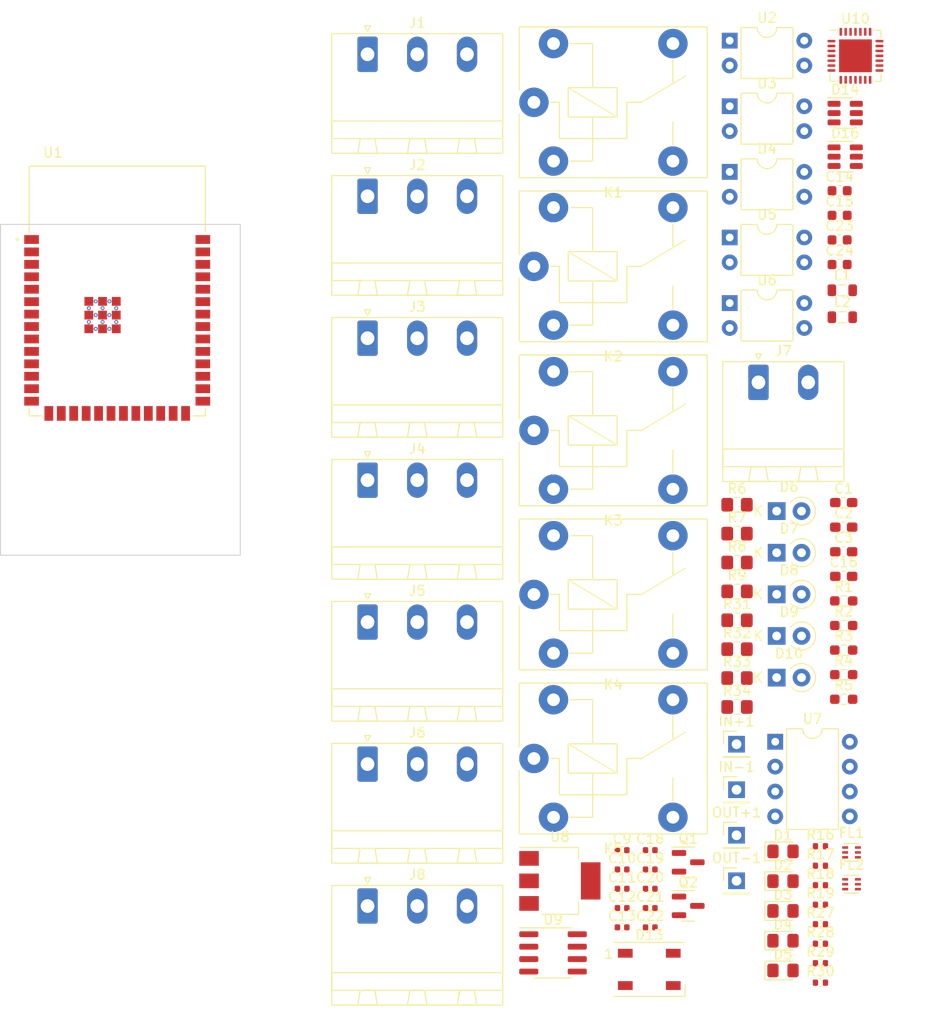
<source format=kicad_pcb>
(kicad_pcb (version 20221018) (generator pcbnew)
  (layers (0 "F.Cu" signal) (31 "B.Cu" signal) (34 "B.Paste" user) (35 "F.Paste" user) (36 "B.SilkS" user "B.Silkscreen") (37 "F.SilkS" user "F.Silkscreen") (38 "B.Mask" user) (39 "F.Mask" user) (44 "Edge.Cuts" user))
  (net 0 "")
  (net 1 "+5V")
  (net 2 "GND")
  (net 3 "+3V3")
  (net 4 "Net-(C9-Pad2)")
  (net 5 "/VBUS_5V")
  (net 6 "Net-(C11-Pad2)")
  (net 7 "VBUS")
  (net 10 "Net-(C18-Pad2)")
  (net 11 "/ESP_VBUS_5V")
  (net 12 "Net-(C20-Pad2)")
  (net 13 "Net-(D1-K)")
  (net 14 "/RELÉ-1")
  (net 15 "Net-(D2-K)")
  (net 16 "/RELÉ-2")
  (net 17 "Net-(D3-K)")
  (net 20 "/RELÉ-3")
  (net 25 "Net-(D4-K)")
  (net 26 "/RELÉ-4")
  (net 29 "Net-(D5-K)")
  (net 36 "/RELÉ-5")
  (net 39 "+24V")
  (net 40 "Net-(D6-A)")
  (net 41 "Net-(D7-A)")
  (net 42 "Net-(D8-A)")
  (net 43 "Net-(D9-A)")
  (net 44 "Net-(D10-A)")
  (net 46 "/GPIO38")
  (net 47 "/SHIELD")
  (net 49 "/D-")
  (net 50 "/D+")
  (net 52 "/ESP_D-")
  (net 53 "/ESP_D+")
  (net 55 "/USB_D-")
  (net 56 "/USB_D+")
  (net 58 "/GPIO19")
  (net 59 "/GPIO20")
  (net 60 "Net-(J1-Pin_1)")
  (net 61 "Net-(J1-Pin_2)")
  (net 62 "Net-(J1-Pin_3)")
  (net 63 "Net-(J2-Pin_1)")
  (net 64 "Net-(J2-Pin_2)")
  (net 65 "Net-(J2-Pin_3)")
  (net 66 "Net-(J3-Pin_1)")
  (net 67 "Net-(J3-Pin_2)")
  (net 68 "Net-(J3-Pin_3)")
  (net 69 "Net-(J4-Pin_1)")
  (net 70 "Net-(J4-Pin_2)")
  (net 71 "Net-(J4-Pin_3)")
  (net 72 "Net-(J5-Pin_1)")
  (net 73 "Net-(J5-Pin_2)")
  (net 74 "Net-(J5-Pin_3)")
  (net 75 "/0_10V_OUT1")
  (net 76 "/0_10V_OUT2")
  (net 77 "Net-(J8-Pin_1)")
  (net 78 "Net-(J8-Pin_2)")
  (net 79 "Net-(D18-A)")
  (net 80 "Net-(Q1-B)")
  (net 81 "/RTS")
  (net 82 "Net-(Q1-C)")
  (net 83 "Net-(Q2-B)")
  (net 84 "/DTR")
  (net 85 "Net-(Q2-C)")
  (net 86 "Net-(R1-Pad2)")
  (net 87 "Net-(R2-Pad2)")
  (net 88 "Net-(R3-Pad2)")
  (net 89 "Net-(R4-Pad2)")
  (net 90 "Net-(R5-Pad2)")
  (net 91 "Net-(U7A--)")
  (net 92 "Net-(U7B--)")
  (net 93 "Net-(F3-Pad1)")
  (net 94 "Net-(F4-Pad1)")
  (net 95 "/CC2")
  (net 96 "/CC1")
  (net 97 "/ESP_SHIELD")
  (net 98 "/ESP_CC2")
  (net 99 "/ESP_CC1")
  (net 100 "/0_10V_FB_1")
  (net 101 "/0_10V_FB_2")
  (net 102 "/RST")
  (net 103 "/DE")
  (net 104 "/RS485_TX")
  (net 105 "/GPIO3")
  (net 106 "Net-(U1-IO46)")
  (net 107 "/~{RE}")
  (net 108 "Net-(U1-IO45)")
  (net 109 "/GPIO0")
  (net 110 "/RS485_RX")
  (net 111 "/RXD0")
  (net 112 "/TXD0")
  (net 113 "/0_10V_MCU1")
  (net 114 "/0_10V_MCU2")
  (net 115 "Net-(D12-K)")
  (net 116 "Net-(D11-K)")
  (net 119 "Net-(U10-VBUS)")
  (net 120 "Net-(U10-~{RST})")
  (net 122 "Net-(U10-~{SUSPEND})")
  (footprint "Resistor_SMD:R_0805_2012Metric_Pad1.20x1.40mm_HandSolder" (layer "F.Cu") (at 218.05 119)
    (fp_text reference "R34" (at 0 -1.65) (layer "F.SilkS"))
    (fp_text value "100k")
    (pad "1" smd roundrect (at -1 0) (size 1.2 1.4) (layers "F.Cu" "F.Paste" "F.Mask") (roundrect_rratio 0.208333) (net 2 "GND"))
    (pad "2" smd roundrect (at 1 0) (size 1.2 1.4) (layers "F.Cu" "F.Paste" "F.Mask") (roundrect_rratio 0.208333) (net 101 "/0_10V_FB_2"))
  )
  (footprint "Connector_Phoenix_MSTB:PhoenixContact_MSTBA_2,5_3-G-5,08_1x03_P5.08mm_Horizontal" (layer "F.Cu") (at 180.3 124.83)
    (fp_text reference "J6" (at 5.08 -3.2) (layer "F.SilkS"))
    (fp_text value "Analogico")
    (pad "1" thru_hole roundrect (at 0 0) (size 2.08 3.6) (drill 1.4) (layers "*.Cu" "*.Mask") (roundrect_rratio 0.120192) (net 75 "/0_10V_OUT1"))
    (pad "2" thru_hole oval (at 5.08 0) (size 2.08 3.6) (drill 1.4) (layers "*.Cu" "*.Mask") (net 76 "/0_10V_OUT2"))
    (pad "3" thru_hole oval (at 10.16 0) (size 2.08 3.6) (drill 1.4) (layers "*.Cu" "*.Mask") (net 2 "GND"))
  )
  (footprint "Diode_THT:D_A-405_P2.54mm_Vertical_KathodeUp" (layer "F.Cu") (at 222.1 103.25)
    (fp_text reference "D7" (at 1.27 -2.47) (layer "F.SilkS"))
    (fp_text value "D")
    (fp_text user "K" (at -1.9 0) (layer "F.SilkS"))
    (pad "1" thru_hole rect (at 0 0) (size 1.8 1.8) (drill 0.9) (layers "*.Cu" "*.Mask") (net 39 "+24V"))
    (pad "2" thru_hole oval (at 2.54 0) (size 1.8 1.8) (drill 0.9) (layers "*.Cu" "*.Mask") (net 41 "Net-(D7-A)"))
  )
  (footprint "Connector_PinHeader_2.54mm:PinHeader_1x01_P2.54mm_Vertical" (layer "F.Cu") (at 218 136.75)
    (fp_text reference "OUT-1" (at 0 -2.33) (layer "F.SilkS"))
    (fp_text value "OUT-")
    (pad "1" thru_hole rect (at 0 0) (size 1.7 1.7) (drill 1) (layers "*.Cu" "*.Mask") (net 2 "GND"))
  )
  (footprint "Package_DFN_QFN:ST_UQFN-6L_1.5x1.7mm_Pitch0.5mm" (layer "F.Cu") (at 229.75 137.1)
    (fp_text reference "FL2" (at 0 -2) (layer "F.SilkS"))
    (fp_text value "ECMF02")
    (pad "1" smd rect (at -0.65 -0.5) (size 0.6 0.25) (layers "F.Cu" "F.Paste" "F.Mask") (net 53 "/ESP_D+"))
    (pad "2" smd rect (at -0.65 0) (size 0.6 0.25) (layers "F.Cu" "F.Paste" "F.Mask") (net 52 "/ESP_D-"))
    (pad "3" smd rect (at -0.65 0.5) (size 0.6 0.25) (layers "F.Cu" "F.Paste" "F.Mask") (net 2 "GND"))
    (pad "4" smd rect (at 0.65 0.5) (size 0.6 0.25) (layers "F.Cu" "F.Paste" "F.Mask"))
    (pad "5" smd rect (at 0.65 0) (size 0.6 0.25) (layers "F.Cu" "F.Paste" "F.Mask") (net 58 "/GPIO19"))
    (pad "6" smd rect (at 0.65 -0.5) (size 0.6 0.25) (layers "F.Cu" "F.Paste" "F.Mask") (net 59 "/GPIO20"))
  )
  (footprint "Package_DIP:DIP-4_W7.62mm" (layer "F.Cu") (at 217.3 77.76)
    (fp_text reference "U6" (at 3.81 -2.33) (layer "F.SilkS"))
    (fp_text value "PC817")
    (pad "1" thru_hole rect (at 0 0) (size 1.6 1.6) (drill 0.8) (layers "*.Cu" "*.Mask") (net 90 "Net-(R5-Pad2)"))
    (pad "2" thru_hole oval (at 0 2.54) (size 1.6 1.6) (drill 0.8) (layers "*.Cu" "*.Mask") (net 2 "GND"))
    (pad "3" thru_hole oval (at 7.62 2.54) (size 1.6 1.6) (drill 0.8) (layers "*.Cu" "*.Mask") (net 2 "GND"))
    (pad "4" thru_hole oval (at 7.62 0) (size 1.6 1.6) (drill 0.8) (layers "*.Cu" "*.Mask") (net 44 "Net-(D10-A)"))
  )
  (footprint "Relay_THT:Relay_SPDT_Finder_36.11" (layer "F.Cu") (at 197.3 124.26)
    (fp_text reference "K5" (at 8.1 9.2) (layer "F.SilkS"))
    (fp_text value "FINDER-36.11")
    (pad "11" thru_hole circle (at 0 0) (size 3 3) (drill 1.3) (layers "*.Cu" "*.Mask") (net 73 "Net-(J5-Pin_2)"))
    (pad "12" thru_hole circle (at 14.2 -6) (size 3 3) (drill 1.3) (layers "*.Cu" "*.Mask") (net 74 "Net-(J5-Pin_3)"))
    (pad "14" thru_hole circle (at 14.2 6) (size 3 3) (drill 1.3) (layers "*.Cu" "*.Mask") (net 72 "Net-(J5-Pin_1)"))
    (pad "A1" thru_hole circle (at 2 6) (size 3 3) (drill 1.3) (layers "*.Cu" "*.Mask") (net 39 "+24V"))
    (pad "A2" thru_hole circle (at 2 -6) (size 3 3) (drill 1.3) (layers "*.Cu" "*.Mask") (net 44 "Net-(D10-A)"))
  )
  (footprint "Capacitor_SMD:C_0603_1608Metric_Pad1.08x0.95mm_HandSolder" (layer "F.Cu") (at 228.95 100.64)
    (fp_text reference "C2" (at 0 -1.43) (layer "F.SilkS"))
    (fp_text value "1uF")
    (pad "1" smd roundrect (at -0.8625 0) (size 1.075 0.95) (layers "F.Cu" "F.Paste" "F.Mask") (net 3 "+3V3"))
    (pad "2" smd roundrect (at 0.8625 0) (size 1.075 0.95) (layers "F.Cu" "F.Paste" "F.Mask") (net 2 "GND"))
  )
  (footprint "Capacitor_SMD:C_0402_1005Metric" (layer "F.Cu") (at 209.18 141.5)
    (fp_text reference "C22" (at 0 -1.16) (layer "F.SilkS"))
    (fp_text value "220nF")
    (pad "1" smd roundrect (at -0.48 0) (size 0.56 0.62) (layers "F.Cu" "F.Paste" "F.Mask") (net 7 "VBUS"))
    (pad "2" smd roundrect (at 0.48 0) (size 0.56 0.62) (layers "F.Cu" "F.Paste" "F.Mask") (net 2 "GND"))
  )
  (footprint "Connector_PinHeader_2.54mm:PinHeader_1x01_P2.54mm_Vertical" (layer "F.Cu") (at 218 132.1)
    (fp_text reference "OUT+1" (at 0 -2.33) (layer "F.SilkS"))
    (fp_text value "OUT+")
    (pad "1" thru_hole rect (at 0 0) (size 1.7 1.7) (drill 1) (layers "*.Cu" "*.Mask") (net 79 "Net-(D18-A)"))
  )
  (footprint "Capacitor_SMD:C_0603_1608Metric_Pad1.08x0.95mm_HandSolder" (layer "F.Cu") (at 228.95 103.15)
    (fp_text reference "C3" (at 0 -1.43) (layer "F.SilkS"))
    (fp_text value "10uF")
    (pad "1" smd roundrect (at -0.8625 0) (size 1.075 0.95) (layers "F.Cu" "F.Paste" "F.Mask") (net 3 "+3V3"))
    (pad "2" smd roundrect (at 0.8625 0) (size 1.075 0.95) (layers "F.Cu" "F.Paste" "F.Mask") (net 2 "GND"))
  )
  (footprint "Diode_THT:D_A-405_P2.54mm_Vertical_KathodeUp" (layer "F.Cu") (at 222.1 111.75)
    (fp_text reference "D9" (at 1.27 -2.47) (layer "F.SilkS"))
    (fp_text value "D")
    (fp_text user "K" (at -1.9 0) (layer "F.SilkS"))
    (pad "1" thru_hole rect (at 0 0) (size 1.8 1.8) (drill 0.9) (layers "*.Cu" "*.Mask") (net 39 "+24V"))
    (pad "2" thru_hole oval (at 2.54 0) (size 1.8 1.8) (drill 0.9) (layers "*.Cu" "*.Mask") (net 43 "Net-(D9-A)"))
  )
  (footprint "Relay_THT:Relay_SPDT_Finder_36.11" (layer "F.Cu") (at 197.3 107.51)
    (fp_text reference "K4" (at 8.1 9.2) (layer "F.SilkS"))
    (fp_text value "FINDER-36.11")
    (pad "11" thru_hole circle (at 0 0) (size 3 3) (drill 1.3) (layers "*.Cu" "*.Mask") (net 70 "Net-(J4-Pin_2)"))
    (pad "12" thru_hole circle (at 14.2 -6) (size 3 3) (drill 1.3) (layers "*.Cu" "*.Mask") (net 71 "Net-(J4-Pin_3)"))
    (pad "14" thru_hole circle (at 14.2 6) (size 3 3) (drill 1.3) (layers "*.Cu" "*.Mask") (net 69 "Net-(J4-Pin_1)"))
    (pad "A1" thru_hole circle (at 2 6) (size 3 3) (drill 1.3) (layers "*.Cu" "*.Mask") (net 39 "+24V"))
    (pad "A2" thru_hole circle (at 2 -6) (size 3 3) (drill 1.3) (layers "*.Cu" "*.Mask") (net 43 "Net-(D9-A)"))
  )
  (footprint "Package_SO:SOIC-8_3.9x4.9mm_P1.27mm" (layer "F.Cu") (at 199.25 144.11)
    (fp_text reference "U9" (at 0 -3.4) (layer "F.SilkS"))
    (fp_text value "SN75176ADR")
    (pad "1" smd roundrect (at -2.475 -1.905) (size 1.95 0.6) (layers "F.Cu" "F.Paste" "F.Mask") (net 110 "/RS485_RX"))
    (pad "2" smd roundrect (at -2.475 -0.635) (size 1.95 0.6) (layers "F.Cu" "F.Paste" "F.Mask") (net 107 "/~{RE}"))
    (pad "3" smd roundrect (at -2.475 0.635) (size 1.95 0.6) (layers "F.Cu" "F.Paste" "F.Mask") (net 103 "/DE"))
    (pad "4" smd roundrect (at -2.475 1.905) (size 1.95 0.6) (layers "F.Cu" "F.Paste" "F.Mask") (net 104 "/RS485_TX"))
    (pad "5" smd roundrect (at 2.475 1.905) (size 1.95 0.6) (layers "F.Cu" "F.Paste" "F.Mask") (net 2 "GND"))
    (pad "6" smd roundrect (at 2.475 0.635) (size 1.95 0.6) (layers "F.Cu" "F.Paste" "F.Mask") (net 115 "Net-(D12-K)"))
    (pad "7" smd roundrect (at 2.475 -0.635) (size 1.95 0.6) (layers "F.Cu" "F.Paste" "F.Mask") (net 116 "Net-(D11-K)"))
    (pad "8" smd roundrect (at 2.475 -1.905) (size 1.95 0.6) (layers "F.Cu" "F.Paste" "F.Mask") (net 1 "+5V"))
  )
  (footprint "Capacitor_SMD:C_0603_1608Metric" (layer "F.Cu") (at 228.53 71.31)
    (fp_text reference "C23" (at 0 -1.43) (layer "F.SilkS"))
    (fp_text value "10uF")
    (pad "1" smd roundrect (at -0.775 0) (size 0.9 0.95) (layers "F.Cu" "F.Paste" "F.Mask") (net 7 "VBUS"))
    (pad "2" smd roundrect (at 0.775 0) (size 0.9 0.95) (layers "F.Cu" "F.Paste" "F.Mask") (net 2 "GND"))
  )
  (footprint "Package_DIP:DIP-4_W7.62mm" (layer "F.Cu") (at 217.3 57.66)
    (fp_text reference "U3" (at 3.81 -2.33) (layer "F.SilkS"))
    (fp_text value "PC817")
    (pad "1" thru_hole rect (at 0 0) (size 1.6 1.6) (drill 0.8) (layers "*.Cu" "*.Mask") (net 87 "Net-(R2-Pad2)"))
    (pad "2" thru_hole oval (at 0 2.54) (size 1.6 1.6) (drill 0.8) (layers "*.Cu" "*.Mask") (net 2 "GND"))
    (pad "3" thru_hole oval (at 7.62 2.54) (size 1.6 1.6) (drill 0.8) (layers "*.Cu" "*.Mask") (net 2 "GND"))
    (pad "4" thru_hole oval (at 7.62 0) (size 1.6 1.6) (drill 0.8) (layers "*.Cu" "*.Mask") (net 41 "Net-(D7-A)"))
  )
  (footprint "Connector_Phoenix_MSTB:PhoenixContact_MSTBA_2,5_3-G-5,08_1x03_P5.08mm_Horizontal" (layer "F.Cu") (at 180.3 139.325)
    (fp_text reference "J8" (at 5.08 -3.2) (layer "F.SilkS"))
    (fp_text value "modbus")
    (pad "1" thru_hole roundrect (at 0 0) (size 2.08 3.6) (drill 1.4) (layers "*.Cu" "*.Mask") (roundrect_rratio 0.120192) (net 77 "Net-(J8-Pin_1)"))
    (pad "2" thru_hole oval (at 5.08 0) (size 2.08 3.6) (drill 1.4) (layers "*.Cu" "*.Mask") (net 78 "Net-(J8-Pin_2)"))
    (pad "3" thru_hole oval (at 10.16 0) (size 2.08 3.6) (drill 1.4) (layers "*.Cu" "*.Mask") (net 2 "GND"))
  )
  (footprint "Capacitor_SMD:C_0603_1608Metric" (layer "F.Cu") (at 228.53 73.82)
    (fp_text reference "C24" (at 0 -1.43) (layer "F.SilkS"))
    (fp_text value "10uF")
    (pad "1" smd roundrect (at -0.775 0) (size 0.9 0.95) (layers "F.Cu" "F.Paste" "F.Mask") (net 7 "VBUS"))
    (pad "2" smd roundrect (at 0.775 0) (size 0.9 0.95) (layers "F.Cu" "F.Paste" "F.Mask") (net 2 "GND"))
  )
  (footprint "Capacitor_SMD:C_0402_1005Metric" (layer "F.Cu") (at 206.31 135.59)
    (fp_text reference "C10" (at 0 -1.16) (layer "F.SilkS"))
    (fp_text value "220nF")
    (pad "1" smd roundrect (at -0.48 0) (size 0.56 0.62) (layers "F.Cu" "F.Paste" "F.Mask") (net 5 "/VBUS_5V"))
    (pad "2" smd roundrect (at 0.48 0) (size 0.56 0.62) (layers "F.Cu" "F.Paste" "F.Mask") (net 2 "GND"))
  )
  (footprint "Resistor_SMD:R_0805_2012Metric_Pad1.20x1.40mm_HandSolder" (layer "F.Cu") (at 218.05 104.25)
    (fp_text reference "R8" (at 0 -1.65) (layer "F.SilkS"))
    (fp_text value "10k")
    (pad "1" smd roundrect (at -1 0) (size 1.2 1.4) (layers "F.Cu" "F.Paste" "F.Mask") (roundrect_rratio 0.208333) (net 91 "Net-(U7A--)"))
    (pad "2" smd roundrect (at 1 0) (size 1.2 1.4) (layers "F.Cu" "F.Paste" "F.Mask") (roundrect_rratio 0.208333) (net 93 "Net-(F3-Pad1)"))
  )
  (footprint "Inductor_SMD:L_0805_2012Metric" (layer "F.Cu") (at 228.8 76.45)
    (fp_text reference "L1" (at 0 -1.55) (layer "F.SilkS"))
    (fp_text value "FBMJ2125HS420-T")
    (pad "1" smd roundrect (at -1.0625 0) (size 0.875 1.2) (layers "F.Cu" "F.Paste" "F.Mask") (net 5 "/VBUS_5V"))
    (pad "2" smd roundrect (at 1.0625 0) (size 0.875 1.2) (layers "F.Cu" "F.Paste" "F.Mask") (net 7 "VBUS"))
  )
  (footprint "Package_TO_SOT_SMD:SOT-23-6" (layer "F.Cu") (at 229.1 62.81)
    (fp_text reference "D16" (at 0 -2.4) (layer "F.SilkS"))
    (fp_text value "SRV05-4-P-T7")
    (pad "1" smd roundrect (at -1.1375 -0.95) (size 1.325 0.6) (layers "F.Cu" "F.Paste" "F.Mask") (net 47 "/SHIELD"))
    (pad "2" smd roundrect (at -1.1375 0) (size 1.325 0.6) (layers "F.Cu" "F.Paste" "F.Mask") (net 2 "GND"))
    (pad "3" smd roundrect (at -1.1375 0.95) (size 1.325 0.6) (layers "F.Cu" "F.Paste" "F.Mask"))
    (pad "4" smd roundrect (at 1.1375 0.95) (size 1.325 0.6) (layers "F.Cu" "F.Paste" "F.Mask") (net 52 "/ESP_D-"))
    (pad "5" smd roundrect (at 1.1375 0) (size 1.325 0.6) (layers "F.Cu" "F.Paste" "F.Mask") (net 5 "/VBUS_5V"))
    (pad "6" smd roundrect (at 1.1375 -0.95) (size 1.325 0.6) (layers "F.Cu" "F.Paste" "F.Mask") (net 53 "/ESP_D+"))
  )
  (footprint "Package_DFN_QFN:QFN-28-1EP_5x5mm_P0.5mm_EP3.35x3.35mm" (layer "F.Cu") (at 230.15 52.51)
    (fp_text reference "U10" (at 0 -3.8) (layer "F.SilkS"))
    (fp_text value "CP2102N-Axx-xQFN28")
    (pad "1" smd roundrect (at -2.45 -1.5) (size 0.8 0.25) (layers "F.Cu" "F.Paste" "F.Mask"))
    (pad "2" smd roundrect (at -2.45 -1) (size 0.8 0.25) (layers "F.Cu" "F.Paste" "F.Mask"))
    (pad "3" smd roundrect (at -2.45 -0.5) (size 0.8 0.25) (layers "F.Cu" "F.Paste" "F.Mask") (net 2 "GND"))
    (pad "4" smd roundrect (at -2.45 0) (size 0.8 0.25) (layers "F.Cu" "F.Paste" "F.Mask") (net 56 "/USB_D+"))
    (pad "5" smd roundrect (at -2.45 0.5) (size 0.8 0.25) (layers "F.Cu" "F.Paste" "F.Mask") (net 55 "/USB_D-"))
    (pad "6" smd roundrect (at -2.45 1) (size 0.8 0.25) (layers "F.Cu" "F.Paste" "F.Mask") (net 3 "+3V3"))
    (pad "7" smd roundrect (at -2.45 1.5) (size 0.8 0.25) (layers "F.Cu" "F.Paste" "F.Mask") (net 3 "+3V3"))
    (pad "8" smd roundrect (at -1.5 2.45) (size 0.25 0.8) (layers "F.Cu" "F.Paste" "F.Mask") (net 119 "Net-(U10-VBUS)"))
    (pad "9" smd roundrect (at -1 2.45) (size 0.25 0.8) (layers "F.Cu" "F.Paste" "F.Mask") (net 120 "Net-(U10-~{RST})"))
    (pad "10" smd roundrect (at -0.5 2.45) (size 0.25 0.8) (layers "F.Cu" "F.Paste" "F.Mask"))
    (pad "11" smd roundrect (at 0 2.45) (size 0.25 0.8) (layers "F.Cu" "F.Paste" "F.Mask") (net 122 "Net-(U10-~{SUSPEND})"))
    (pad "12" smd roundrect (at 0.5 2.45) (size 0.25 0.8) (layers "F.Cu" "F.Paste" "F.Mask"))
    (pad "13" smd roundrect (at 1 2.45) (size 0.25 0.8) (layers "F.Cu" "F.Paste" "F.Mask"))
    (pad "14" smd roundrect (at 1.5 2.45) (size 0.25 0.8) (layers "F.Cu" "F.Paste" "F.Mask"))
    (pad "15" smd roundrect (at 2.45 1.5) (size 0.8 0.25) (layers "F.Cu" "F.Paste" "F.Mask"))
    (pad "16" smd roundrect (at 2.45 1) (size 0.8 0.25) (layers "F.Cu" "F.Paste" "F.Mask"))
    (pad "17" smd roundrect (at 2.45 0.5) (size 0.8 0.25) (layers "F.Cu" "F.Paste" "F.Mask"))
    (pad "18" smd roundrect (at 2.45 0) (size 0.8 0.25) (layers "F.Cu" "F.Paste" "F.Mask"))
    (pad "19" smd roundrect (at 2.45 -0.5) (size 0.8 0.25) (layers "F.Cu" "F.Paste" "F.Mask"))
    (pad "20" smd roundrect (at 2.45 -1) (size 0.8 0.25) (layers "F.Cu" "F.Paste" "F.Mask"))
    (pad "21" smd roundrect (at 2.45 -1.5) (size 0.8 0.25) (layers "F.Cu" "F.Paste" "F.Mask"))
    (pad "22" smd roundrect (at 1.5 -2.45) (size 0.25 0.8) (layers "F.Cu" "F.Paste" "F.Mask"))
    (pad "23" smd roundrect (at 1 -2.45) (size 0.25 0.8) (layers "F.Cu" "F.Paste" "F.Mask"))
    (pad "24" smd roundrect (at 0.5 -2.45) (size 0.25 0.8) (layers "F.Cu" "F.Paste" "F.Mask") (net 81 "/RTS"))
    (pad "25" smd roundrect (at 0 -2.45) (size 0.25 0.8) (layers "F.Cu" "F.Paste" "F.Mask") (net 112 "/TXD0"))
    (pad "26" smd roundrect (at -0.5 -2.45) (size 0.25 0.8) (layers "F.Cu" "F.Paste" "F.Mask") (net 111 "/RXD0"))
    (pad "27" smd roundrect (at -1 -2.45) (size 0.25 0.8) (layers "F.Cu" "F.Paste" "F.Mask"))
    (pad "28" smd roundrect (at -1.5 -2.45) (size 0.25 0.8) (layers "F.Cu" "F.Paste" "F.Mask") (net 84 "/DTR"))
    (pad "29" smd rect (at 0 0) (size 3.35 3.35) (layers "F.Cu" "F.Mask") (net 2 "GND"))
  )
  (footprint "Connector_Phoenix_MSTB:PhoenixContact_MSTBA_2,5_2-G-5,08_1x02_P5.08mm_Horizontal" (layer "F.Cu") (at 220.24 85.855)
    (fp_text reference "J7" (at 2.54 -3.2) (layer "F.SilkS"))
    (fp_text value "Alimentação")
    (pad "1" thru_hole roundrect (at 0 0) (size 2.08 3.6) (drill 1.4) (layers "*.Cu" "*.Mask") (roundrect_rratio 0.120192) (net 39 "+24V"))
    (pad "2" thru_hole oval (at 5.08 0) (size 2.08 3.6) (drill 1.4) (layers "*.Cu" "*.Mask") (net 2 "GND"))
  )
  (footprint "Resistor_SMD:R_0603_1608Metric_Pad0.98x0.95mm_HandSolder" (layer "F.Cu") (at 228.95 108.17)
    (fp_text reference "R1" (at 0 -1.43) (layer "F.SilkS"))
    (fp_text value "1k")
    (pad "1" smd roundrect (at -0.9125 0) (size 0.975 0.95) (layers "F.Cu" "F.Paste" "F.Mask") (net 13 "Net-(D1-K)"))
    (pad "2" smd roundrect (at 0.9125 0) (size 0.975 0.95) (layers "F.Cu" "F.Paste" "F.Mask") (net 86 "Net-(R1-Pad2)"))
  )
  (footprint "Connector_Phoenix_MSTB:PhoenixContact_MSTBA_2,5_3-G-5,08_1x03_P5.08mm_Horizontal" (layer "F.Cu") (at 180.3 66.85)
    (fp_text reference "J2" (at 5.08 -3.2) (layer "F.SilkS"))
    (fp_text value "RELÉ-2")
    (pad "1" thru_hole roundrect (at 0 0) (size 2.08 3.6) (drill 1.4) (layers "*.Cu" "*.Mask") (roundrect_rratio 0.120192) (net 63 "Net-(J2-Pin_1)"))
    (pad "2" thru_hole oval (at 5.08 0) (size 2.08 3.6) (drill 1.4) (layers "*.Cu" "*.Mask") (net 64 "Net-(J2-Pin_2)"))
    (pad "3" thru_hole oval (at 10.16 0) (size 2.08 3.6) (drill 1.4) (layers "*.Cu" "*.Mask") (net 65 "Net-(J2-Pin_3)"))
  )
  (footprint "Resistor_SMD:R_0805_2012Metric_Pad1.20x1.40mm_HandSolder" (layer "F.Cu") (at 218.05 101.3)
    (fp_text reference "R7" (at 0 -1.65) (layer "F.SilkS"))
    (fp_text value "3.3k")
    (pad "1" smd roundrect (at -1 0) (size 1.2 1.4) (layers "F.Cu" "F.Paste" "F.Mask") (roundrect_rratio 0.208333) (net 2 "GND"))
    (pad "2" smd roundrect (at 1 0) (size 1.2 1.4) (layers "F.Cu" "F.Paste" "F.Mask") (roundrect_rratio 0.208333) (net 92 "Net-(U7B--)"))
  )
  (footprint "Relay_THT:Relay_SPDT_Finder_36.11" (layer "F.Cu") (at 197.3 90.76)
    (fp_text reference "K3" (at 8.1 9.2) (layer "F.SilkS"))
    (fp_text value "FINDER-36.11")
    (pad "11" thru_hole circle (at 0 0) (size 3 3) (drill 1.3) (layers "*.Cu" "*.Mask") (net 67 "Net-(J3-Pin_2)"))
    (pad "12" thru_hole circle (at 14.2 -6) (size 3 3) (drill 1.3) (layers "*.Cu" "*.Mask") (net 68 "Net-(J3-Pin_3)"))
    (pad "14" thru_hole circle (at 14.2 6) (size 3 3) (drill 1.3) (layers "*.Cu" "*.Mask") (net 66 "Net-(J3-Pin_1)"))
    (pad "A1" thru_hole circle (at 2 6) (size 3 3) (drill 1.3) (layers "*.Cu" "*.Mask") (net 39 "+24V"))
    (pad "A2" thru_hole circle (at 2 -6) (size 3 3) (drill 1.3) (layers "*.Cu" "*.Mask") (net 42 "Net-(D8-A)"))
  )
  (footprint "Package_TO_SOT_SMD:SOT-23" (layer "F.Cu") (at 213.06 139.31)
    (fp_text reference "Q2" (at 0 -2.4) (layer "F.SilkS"))
    (fp_text value "BC817")
    (pad "1" smd roundrect (at -0.9375 -0.95) (size 1.475 0.6) (layers "F.Cu" "F.Paste" "F.Mask") (net 83 "Net-(Q2-B)"))
    (pad "2" smd roundrect (at -0.9375 0.95) (size 1.475 0.6) (layers "F.Cu" "F.Paste" "F.Mask") (net 84 "/DTR"))
    (pad "3" smd roundrect (at 0.9375 0) (size 1.475 0.6) (layers "F.Cu" "F.Paste" "F.Mask") (net 85 "Net-(Q2-C)"))
  )
  (footprint "Package_DIP:DIP-4_W7.62mm" (layer "F.Cu") (at 217.3 50.96)
    (fp_text reference "U2" (at 3.81 -2.33) (layer "F.SilkS"))
    (fp_text value "PC817")
    (pad "1" thru_hole rect (at 0 0) (size 1.6 1.6) (drill 0.8) (layers "*.Cu" "*.Mask") (net 86 "Net-(R1-Pad2)"))
    (pad "2" thru_hole oval (at 0 2.54) (size 1.6 1.6) (drill 0.8) (layers "*.Cu" "*.Mask") (net 2 "GND"))
    (pad "3" thru_hole oval (at 7.62 2.54) (size 1.6 1.6) (drill 0.8) (layers "*.Cu" "*.Mask") (net 2 "GND"))
    (pad "4" thru_hole oval (at 7.62 0) (size 1.6 1.6) (drill 0.8) (layers "*.Cu" "*.Mask") (net 40 "Net-(D6-A)"))
  )
  (footprint "Capacitor_SMD:C_0402_1005Metric" (layer "F.Cu") (at 206.31 141.5)
    (fp_text reference "C13" (at 0 -1.16) (layer "F.SilkS"))
    (fp_text value "220nF")
    (pad "1" smd roundrect (at -0.48 0) (size 0.56 0.62) (layers "F.Cu" "F.Paste" "F.Mask") (net 7 "VBUS"))
    (pad "2" smd roundrect (at 0.48 0) (size 0.56 0.62) (layers "F.Cu" "F.Paste" "F.Mask") (net 2 "GND"))
  )
  (footprint "Connector_Phoenix_MSTB:PhoenixContact_MSTBA_2,5_3-G-5,08_1x03_P5.08mm_Horizontal" (layer "F.Cu") (at 180.3 110.335)
    (fp_text reference "J5" (at 5.08 -3.2) (layer "F.SilkS"))
    (fp_text value "RELÉ-5")
    (pad "1" thru_hole roundrect (at 0 0) (size 2.08 3.6) (drill 1.4) (layers "*.Cu" "*.Mask") (roundrect_rratio 0.120192) (net 72 "Net-(J5-Pin_1)"))
    (pad "2" thru_hole oval (at 5.08 0) (size 2.08 3.6) (drill 1.4) (layers "*.Cu" "*.Mask") (net 73 "Net-(J5-Pin_2)"))
    (pad "3" thru_hole oval (at 10.16 0) (size 2.08 3.6) (drill 1.4) (layers "*.Cu" "*.Mask") (net 74 "Net-(J5-Pin_3)"))
  )
  (footprint "Resistor_SMD:R_0402_1005Metric" (layer "F.Cu") (at 226.57 147.15)
    (fp_text reference "R30" (at 0 -1.17) (layer "F.SilkS"))
    (fp_text value "5.1K")
    (pad "1" smd roundrect (at -0.51 0) (size 0.54 0.64) (layers "F.Cu" "F.Paste" "F.Mask") (net 99 "/ESP_CC1"))
    (pad "2" smd roundrect (at 0.51 0) (size 0.54 0.64) (layers "F.Cu" "F.Paste" "F.Mask") (net 2 "GND"))
  )
  (footprint "Inductor_SMD:L_0805_2012Metric" (layer "F.Cu") (at 228.8 79.2)
    (fp_text reference "L2" (at 0 -1.55) (layer "F.SilkS"))
    (fp_text value "FBMJ2125HS420-T")
    (pad "1" smd roundrect (at -1.0625 0) (size 0.875 1.2) (layers "F.Cu" "F.Paste" "F.Mask") (net 11 "/ESP_VBUS_5V"))
    (pad "2" smd roundrect (at 1.0625 0) (size 0.875 1.2) (layers "F.Cu" "F.Paste" "F.Mask") (net 7 "VBUS"))
  )
  (footprint "Package_TO_SOT_SMD:SOT-23-6" (layer "F.Cu") (at 229.1 58.36)
    (fp_text reference "D14" (at 0 -2.4) (layer "F.SilkS"))
    (fp_text value "SRV05-4-P-T7")
    (pad "1" smd roundrect (at -1.1375 -0.95) (size 1.325 0.6) (layers "F.Cu" "F.Paste" "F.Mask") (net 47 "/SHIELD"))
    (pad "2" smd roundrect (at -1.1375 0) (size 1.325 0.6) (layers "F.Cu" "F.Paste" "F.Mask") (net 2 "GND"))
    (pad "3" smd roundrect (at -1.1375 0.95) (size 1.325 0.6) (layers "F.Cu" "F.Paste" "F.Mask"))
    (pad "4" smd roundrect (at 1.1375 0.95) (size 1.325 0.6) (layers "F.Cu" "F.Paste" "F.Mask") (net 49 "/D-"))
    (pad "5" smd roundrect (at 1.1375 0) (size 1.325 0.6) (layers "F.Cu" "F.Paste" "F.Mask") (net 5 "/VBUS_5V"))
    (pad "6" smd roundrect (at 1.1375 -0.95) (size 1.325 0.6) (layers "F.Cu" "F.Paste" "F.Mask") (net 50 "/D+"))
  )
  (footprint "Capacitor_SMD:C_0402_1005Metric" (layer "F.Cu") (at 209.18 137.56)
    (fp_text reference "C20" (at 0 -1.16) (layer "F.SilkS"))
    (fp_text value "1.5pF")
    (pad "1" smd roundrect (at -0.48 0) (size 0.56 0.62) (layers "F.Cu" "F.Paste" "F.Mask") (net 2 "GND"))
    (pad "2" smd roundrect (at 0.48 0) (size 0.56 0.62) (layers "F.Cu" "F.Paste" "F.Mask") (net 12 "Net-(C20-Pad2)"))
  )
  (footprint "Capacitor_SMD:C_0402_1005Metric" (layer "F.Cu") (at 209.18 133.62)
    (fp_text reference "C18" (at 0 -1.16) (layer "F.SilkS"))
    (fp_text value "1.5pF")
    (pad "1" smd roundrect (at -0.48 0) (size 0.56 0.62) (layers "F.Cu" "F.Paste" "F.Mask") (net 2 "GND"))
    (pad "2" smd roundrect (at 0.48 0) (size 0.56 0.62) (layers "F.Cu" "F.Paste" "F.Mask") (net 10 "Net-(C18-Pad2)"))
  )
  (footprint "Resistor_SMD:R_0603_1608Metric_Pad0.98x0.95mm_HandSolder" (layer "F.Cu") (at 228.95 118.21)
    (fp_text reference "R5" (at 0 -1.43) (layer "F.SilkS"))
    (fp_text value "1k")
    (pad "1" smd roundrect (at -0.9125 0) (size 0.975 0.95) (layers "F.Cu" "F.Paste" "F.Mask") (net 29 "Net-(D5-K)"))
    (pad "2" smd roundrect (at 0.9125 0) (size 0.975 0.95) (layers "F.Cu" "F.Paste" "F.Mask") (net 90 "Net-(R5-Pad2)"))
  )
  (footprint "Resistor_SMD:R_0805_2012Metric_Pad1.20x1.40mm_HandSolder" (layer "F.Cu") (at 218.05 113.1)
    (fp_text reference "R32" (at 0 -1.65) (layer "F.SilkS"))
    (fp_text value "33k")
    (pad "1" smd roundrect (at -1 0) (size 1.2 1.4) (layers "F.Cu" "F.Paste" "F.Mask") (roundrect_rratio 0.208333) (net 75 "/0_10V_OUT1"))
    (pad "2" smd roundrect (at 1 0) (size 1.2 1.4) (layers "F.Cu" "F.Paste" "F.Mask") (roundrect_rratio 0.208333) (net 100 "/0_10V_FB_1"))
  )
  (footprint "Resistor_SMD:R_0805_2012Metric_Pad1.20x1.40mm_HandSolder" (layer "F.Cu") (at 218.05 116.05)
    (fp_text reference "R33" (at 0 -1.65) (layer "F.SilkS"))
    (fp_text value "33k")
    (pad "1" smd roundrect (at -1 0) (size 1.2 1.4) (layers "F.Cu" "F.Paste" "F.Mask") (roundrect_rratio 0.208333) (net 76 "/0_10V_OUT2"))
    (pad "2" smd roundrect (at 1 0) (size 1.2 1.4) (layers "F.Cu" "F.Paste" "F.Mask") (roundrect_rratio 0.208333) (net 101 "/0_10V_FB_2"))
  )
  (footprint "Diode_THT:D_A-405_P2.54mm_Vertical_KathodeUp" (layer "F.Cu") (at 222.1 107.5)
    (fp_text reference "D8" (at 1.27 -2.47) (layer "F.SilkS"))
    (fp_text value "D")
    (fp_text user "K" (at -1.9 0) (layer "F.SilkS"))
    (pad "1" thru_hole rect (at 0 0) (size 1.8 1.8) (drill 0.9) (layers "*.Cu" "*.Mask") (net 39 "+24V"))
    (pad "2" thru_hole oval (at 2.54 0) (size 1.8 1.8) (drill 0.9) (layers "*.Cu" "*.Mask") (net 42 "Net-(D8-A)"))
  )
  (footprint "Package_DFN_QFN:ST_UQFN-6L_1.5x1.7mm_Pitch0.5mm" (layer "F.Cu") (at 229.75 133.85)
    (fp_text reference "FL1" (at 0 -2) (layer "F.SilkS"))
    (fp_text value "ECMF02")
    (pad "1" smd rect (at -0.65 -0.5) (size 0.6 0.25) (layers "F.Cu" "F.Paste" "F.Mask") (net 50 "/D+"))
    (pad "2" smd rect (at -0.65 0) (size 0.6 0.25) (layers "F.Cu" "F.Paste" "F.Mask") (net 49 "/D-"))
    (pad "3" smd rect (at -0.65 0.5) (size 0.6 0.25) (layers "F.Cu" "F.Paste" "F.Mask") (net 2 "GND"))
    (pad "4" smd rect (at 0.65 0.5) (size 0.6 0.25) (layers "F.Cu" "F.Paste" "F.Mask"))
    (pad "5" smd rect (at 0.65 0) (size 0.6 0.25) (layers "F.Cu" "F.Paste" "F.Mask") (net 55 "/USB_D-"))
    (pad "6" smd rect (at 0.65 -0.5) (size 0.6 0.25) (layers "F.Cu" "F.Paste" "F.Mask") (net 56 "/USB_D+"))
  )
  (footprint "LED_SMD:LED_0805_2012Metric_Pad1.15x1.40mm_HandSolder" (layer "F.Cu") (at 222.745 136.785)
    (fp_text reference "D2" (at 0 -1.65) (layer "F.SilkS"))
    (fp_text value "LED")
    (pad "1" smd roundrect (at -1.025 0) (size 1.15 1.4) (layers "F.Cu" "F.Paste" "F.Mask") (roundrect_rratio 0.217391) (net 15 "Net-(D2-K)"))
    (pad "2" smd roundrect (at 1.025 0) (size 1.15 1.4) (layers "F.Cu" "F.Paste" "F.Mask") (roundrect_rratio 0.217391) (net 16 "/RELÉ-2"))
  )
  (footprint "Relay_THT:Relay_SPDT_Finder_36.11" (layer "F.Cu") (at 197.3 74.01)
    (fp_text reference "K2" (at 8.1 9.2) (layer "F.SilkS"))
    (fp_text value "FINDER-36.11")
    (pad "11" thru_hole circle (at 0 0) (size 3 3) (drill 1.3) (layers "*.Cu" "*.Mask") (net 64 "Net-(J2-Pin_2)"))
    (pad "12" thru_hole circle (at 14.2 -6) (size 3 3) (drill 1.3) (layers "*.Cu" "*.Mask") (net 65 "Net-(J2-Pin_3)"))
    (pad "14" thru_hole circle (at 14.2 6) (size 3 3) (drill 1.3) (layers "*.Cu" "*.Mask") (net 63 "Net-(J2-Pin_1)"))
    (pad "A1" thru_hole circle (at 2 6) (size 3 3) (drill 1.3) (layers "*.Cu" "*.Mask") (net 39 "+24V"))
    (pad "A2" thru_hole circle (at 2 -6) (size 3 3) (drill 1.3) (layers "*.Cu" "*.Mask") (net 41 "Net-(D7-A)"))
  )
  (footprint "Resistor_SMD:R_0603_1608Metric_Pad0.98x0.95mm_HandSolder" (layer "F.Cu") (at 228.95 115.7)
    (fp_text reference "R4" (at 0 -1.43) (layer "F.SilkS"))
    (fp_text value "1k")
    (pad "1" smd roundrect (at -0.9125 0) (size 0.975 0.95) (layers "F.Cu" "F.Paste" "F.Mask") (net 25 "Net-(D4-K)"))
    (pad "2" smd roundrect (at 0.9125 0) (size 0.975 0.95) (layers "F.Cu" "F.Paste" "F.Mask") (net 89 "Net-(R4-Pad2)"))
  )
  (footprint "esp32s3:XCVR_ESP32S3WROOM1N8R8" (layer "F.Cu") (at 154.725 76.525)
    (fp_text reference "U1" (at -6.575 -14.135) (layer "F.SilkS"))
    (fp_text value "ESP32S3WROOM1N8R8")
    (pad "1" smd rect (at -8.75 -5.26) (size 1.5 0.9) (layers "F.Cu" "F.Paste" "F.Mask") (net 2 "GND"))
    (pad "2" smd rect (at -8.75 -3.99) (size 1.5 0.9) (layers "F.Cu" "F.Paste" "F.Mask") (net 3 "+3V3"))
    (pad "3" smd rect (at -8.75 -2.72) (size 1.5 0.9) (layers "F.Cu" "F.Paste" "F.Mask") (net 102 "/RST"))
    (pad "4" smd rect (at -8.75 -1.45) (size 1.5 0.9) (layers "F.Cu" "F.Paste" "F.Mask") (net 14 "/RELÉ-1"))
    (pad "5" smd rect (at -8.75 -0.18) (size 1.5 0.9) (layers "F.Cu" "F.Paste" "F.Mask") (net 16 "/RELÉ-2"))
    (pad "6" smd rect (at -8.75 1.09) (size 1.5 0.9) (layers "F.Cu" "F.Paste" "F.Mask") (net 20 "/RELÉ-3"))
    (pad "7" smd rect (at -8.75 2.36) (size 1.5 0.9) (layers "F.Cu" "F.Paste" "F.Mask") (net 26 "/RELÉ-4"))
    (pad "8" smd rect (at -8.75 3.63) (size 1.5 0.9) (layers "F.Cu" "F.Paste" "F.Mask"))
    (pad "9" smd rect (at -8.75 4.9) (size 1.5 0.9) (layers "F.Cu" "F.Paste" "F.Mask"))
    (pad "10" smd rect (at -8.75 6.17) (size 1.5 0.9) (layers "F.Cu" "F.Paste" "F.Mask") (net 103 "/DE"))
    (pad "11" smd rect (at -8.75 7.44) (size 1.5 0.9) (layers "F.Cu" "F.Paste" "F.Mask") (net 104 "/RS485_TX"))
    (pad "12" smd rect (at -8.75 8.71) (size 1.5 0.9) (layers "F.Cu" "F.Paste" "F.Mask") (net 36 "/RELÉ-5"))
    (pad "13" smd rect (at -8.75 9.98) (size 1.5 0.9) (layers "F.Cu" "F.Paste" "F.Mask") (net 58 "/GPIO19"))
    (pad "14" smd rect (at -8.75 11.25) (size 1.5 0.9) (layers "F.Cu" "F.Paste" "F.Mask") (net 59 "/GPIO20"))
    (pad "15" smd rect (at -6.985 12.5) (size 0.9 1.5) (layers "F.Cu" "F.Paste" "F.Mask") (net 105 "/GPIO3"))
    (pad "16" smd rect (at -5.715 12.5) (size 0.9 1.5) (layers "F.Cu" "F.Paste" "F.Mask") (net 106 "Net-(U1-IO46)"))
    (pad "17" smd rect (at -4.445 12.5) (size 0.9 1.5) (layers "F.Cu" "F.Paste" "F.Mask"))
    (pad "18" smd rect (at -3.175 12.5) (size 0.9 1.5) (layers "F.Cu" "F.Paste" "F.Mask"))
    (pad "19" smd rect (at -1.905 12.5) (size 0.9 1.5) (layers "F.Cu" "F.Paste" "F.Mask"))
    (pad "20" smd rect (at -0.635 12.5) (size 0.9 1.5) (layers "F.Cu" "F.Paste" "F.Mask"))
    (pad "21" smd rect (at 0.635 12.5) (size 0.9 1.5) (layers "F.Cu" "F.Paste" "F.Mask"))
    (pad "22" smd rect (at 1.905 12.5) (size 0.9 1.5) (layers "F.Cu" "F.Paste" "F.Mask"))
    (pad "23" smd rect (at 3.175 12.5) (size 0.9 1.5) (layers "F.Cu" "F.Paste" "F.Mask") (net 107 "/~{RE}"))
    (pad "24" smd rect (at 4.445 12.5) (size 0.9 1.5) (layers "F.Cu" "F.Paste" "F.Mask"))
    (pad "25" smd rect (at 5.715 12.5) (size 0.9 1.5) (layers "F.Cu" "F.Paste" "F.Mask"))
    (pad "26" smd rect (at 6.985 12.5) (size 0.9 1.5) (layers "F.Cu" "F.Paste" "F.Mask") (net 108 "Net-(U1-IO45)"))
    (pad "27" smd rect (at 8.75 11.25) (size 1.5 0.9) (layers "F.Cu" "F.Paste" "F.Mask") (net 109 "/GPIO0"))
    (pad "28" smd rect (at 8.75 9.98) (size 1.5 0.9) (layers "F.Cu" "F.Paste" "F.Mask") (net 110 "/RS485_RX"))
    (pad "29" smd rect (at 8.75 8.71) (size 1.5 0.9) (layers "F.Cu" "F.Paste" "F.Mask"))
    (pad "30" smd rect (at 8.75 7.44) (size 1.5 0.9) (layers "F.Cu" "F.Paste" "F.Mask"))
    (pad "31" smd rect (at 8.75 6.17) (size 1.5 0.9) (layers "F.Cu" "F.Paste" "F.Mask") (net 46 "/GPIO38"))
    (pad "32" smd rect (at 8.75 4.9) (size 1.5 0.9) (layers "F.Cu" "F.Paste" "F.Mask"))
    (pad "33" smd rect (at 8.75 3.63) (size 1.5 0.9) (layers "F.Cu" "F.Paste" "F.Mask"))
    (pad "34" smd rect (at 8.75 2.36) (size 1.5 0.9) (layers "F.Cu" "F.Paste" "F.Mask"))
    (pad "35" smd rect (at 8.75 1.09) (size 1.5 0.9) (layers "F.Cu" "F.Paste" "F.Mask"))
    (pad "36" smd rect (at 8.75 -0.18) (size 1.5 0.9) (layers "F.Cu" "F.Paste" "F.Mask") (net 111 "/RXD0"))
    (pad "37" smd rect (at 8.75 -1.45) (size 1.5 0.9) (layers "F.Cu" "F.Paste" "F.Mask") (net 112 "/TXD0"))
    (pad "38" smd rect (at 8.75 -2.72) (size 1.5 0.9) (layers "F.Cu" "F.Paste" "F.Mask"))
    (pad "39" smd rect (at 8.75 -3.99) (size 1.5 0.9) (layers "F.Cu" "F.Paste" "F.Mask"))
    (pad "40" smd rect (at 8.75 -5.26) (size 1.5 0.9) (layers "F.Cu" "F.Paste" "F.Mask") (net 2 "GND"))
    (pad "41_1" smd rect (at -1.5 2.46) (size 0.9 0.9) (layers "F.Cu" "F.Paste" "F.Mask") (net 2 "GND"))
    (pad "41_2" smd rect (at -2.9 2.46) (size 0.9 0.9) (layers "F.Cu" "F.Paste" "F.Mask") (net 2 "GND"))
    (pad "41_3" smd rect (at -0.1 2.46) (size 0.9 0.9) (layers "F.Cu" "F.Paste" "F.Mask") (net 2 "GND"))
    (pad "41_4" smd rect (at -2.9 3.86) (size 0.9 0.9) (layers "F.Cu" "F.Paste" "F.Mask") (net 2 "GND"))
    (pad "41_5" smd rect (at -1.5 3.86) (size 0.9 0.9) (layers "F.Cu" "F.Paste" "F.Mask") (net 2 "GND"))
    (pad "41_6" smd rect (at -0.1 3.86) (size 0.9 0.9) (layers "F.Cu" "F.Paste" "F.Mask") (net 2 "GND"))
    (pad "41_7" smd rect (at -2.9 1.06) (size 0.9 0.9) (layers "F.Cu" "F.Paste" "F.Mask") (net 2 "GND"))
    (pad "41_8" smd rect (at -1.5 1.06) (size 0.9 0.9) (layers "F.Cu" "F.Paste" "F.Mask") (net 2 "GND"))
    (pad "41_9" smd rect (at -0.1 1.06) (size 0.9 0.9) (layers "F.Cu" "F.Paste" "F.Mask") (net 2 "GND"))
    (pad "41_10" thru_hole circle (at -1.5 1.76) (size 0.4 0.4) (drill 0.2) (layers "*.Cu"))
    (pad "41_11" thru_hole circle (at -2.9 1.76) (size 0.4 0.4) (drill 0.2) (layers "*.Cu"))
    (pad "41_12" thru_hole circle (at -0.1 1.76) (size 0.4 0.4) (drill 0.2) (layers "*.Cu"))
    (pad "41_13" thru_hole circle (at -2.9 3.16) (size 0.4 0.4) (drill 0.2) (layers "*.Cu"))
    (pad "41_14" thru_hole circle (at -1.5 3.16) (size 0.4 0.4) (drill 0.2) (layers "*.Cu"))
    (pad "41_15" thru_hole circle (at -0.1 3.16) (size 0.4 0.4) (drill 0.2) (layers "*.Cu"))
    (pad "41_16" thru_hole circle (at -2.2 1.06) (size 0.4 0.4) (drill 0.2) (layers "*.Cu"))
    (pad "41_17" thru_hole circle (at -0.8 1.06) (size 0.4 0.4) (drill 0.2) (layers "*.Cu"))
    (pad "41_18" thru_hole circle (at -2.2 2.46) (size 0.4 0.4) (drill 0.2) (layers "*.Cu"))
    (pad "41_19" thru_hole circle (at -0.8 2.46) (size 0.4 0.4) (drill 0.2) (layers "*.Cu"))
    (pad "41_20" thru_hole circle (at -2.2 3.86) (size 0.4 0.4) (drill 0.2) (layers "*.Cu"))
    (pad "41_21" thru_hole circle (at -0.8 3.86) (size 0.4 0.4) (drill 0.2) (layers "*.Cu"))
  )
  (footprint "Capacitor_SMD:C_0603_1608Metric" (layer "F.Cu") (at 228.53 68.8)
    (fp_text reference "C15" (at 0 -1.43) (layer "F.SilkS"))
    (fp_text value "10uF")
    (pad "1" smd roundrect (at -0.775 0) (size 0.9 0.95) (layers "F.Cu" "F.Paste" "F.Mask") (net 7 "VBUS"))
    (pad "2" smd roundrect (at 0.775 0) (size 0.9 0.95) (layers "F.Cu" "F.Paste" "F.Mask") (net 2 "GND"))
  )
  (footprint "Package_DIP:DIP-4_W7.62mm" (layer "F.Cu") (at 217.3 64.36)
    (fp_text reference "U4" (at 3.81 -2.33) (layer "F.SilkS"))
    (fp_text value "PC817")
    (pad "1" thru_hole rect (at 0 0) (size 1.6 1.6) (drill 0.8) (layers "*.Cu" "*.Mask") (net 88 "Net-(R3-Pad2)"))
    (pad "2" thru_hole oval (at 0 2.54) (size 1.6 1.6) (drill 0.8) (layers "*.Cu" "*.Mask") (net 2 "GND"))
    (pad "3" thru_hole oval (at 7.62 2.54) (size 1.6 1.6) (drill 0.8) (layers "*.Cu" "*.Mask") (net 2 "GND"))
    (pad "4" thru_hole oval (at 7.62 0) (size 1.6 1.6) (drill 0.8) (layers "*.Cu" "*.Mask") (net 42 "Net-(D8-A)"))
  )
  (footprint "LED_SMD:LED_0805_2012Metric_Pad1.15x1.40mm_HandSolder" (layer "F.Cu") (at 222.745 133.745)
    (fp_text reference "D1" (at 0 -1.65) (layer "F.SilkS"))
    (fp_text value "LED")
    (pad "1" smd roundrect (at -1.025 0) (size 1.15 1.4) (layers "F.Cu" "F.Paste" "F.Mask") (roundrect_rratio 0.217391) (net 13 "Net-(D1-K)"))
    (pad "2" smd roundrect (at 1.025 0) (size 1.15 1.4) (layers "F.Cu" "F.Paste" "F.Mask") (roundrect_rratio 0.217391) (net 14 "/RELÉ-1"))
  )
  (footprint "Package_TO_SOT_SMD:SOT-223-3_TabPin2" (layer "F.Cu") (at 199.95 136.76)
    (fp_text reference "U8" (at 0 -4.5) (layer "F.SilkS"))
    (fp_text value "AMS1117-3.3")
    (pad "1" smd rect (at -3.15 -2.3) (size 2 1.5) (layers "F.Cu" "F.Paste" "F.Mask") (net 2 "GND"))
    (pad "2" smd rect (at -3.15 0) (size 2 1.5) (layers "F.Cu" "F.Paste" "F.Mask") (net 3 "+3V3"))
    (pad "2" smd rect (at 3.15 0) (size 2 3.8) (layers "F.Cu" "F.Paste" "F.Mask") (net 3 "+3V3"))
    (pad "3" smd rect (at -3.15 2.3) (size 2 1.5) (layers "F.Cu" "F.Paste" "F.Mask") (net 1 "+5V"))
  )
  (footprint "Capacitor_SMD:C_0603_1608Metric_Pad1.08x0.95mm_HandSolder" (layer "F.Cu") (at 228.95 105.66)
    (fp_text reference "C16" (at 0 -1.43) (layer "F.SilkS"))
    (fp_text value "10uF")
    (pad "1" smd roundrect (at -0.8625 0) (size 1.075 0.95) (layers "F.Cu" "F.Paste" "F.Mask") (net 3 "+3V3"))
    (pad "2" smd roundrect (at 0.8625 0) (size 1.075 0.95) (layers "F.Cu" "F.Paste" "F.Mask") (net 2 "GND"))
  )
  (footprint "Resistor_SMD:R_0402_1005Metric" (layer "F.Cu") (at 226.57 133.22)
    (fp_text reference "R16" (at 0 -1.17) (layer "F.SilkS"))
    (fp_text value "100k")
    (pad "1" smd roundrect (at -0.51 0) (size 0.54 0.64) (layers "F.Cu" "F.Paste" "F.Mask") (net 4 "Net-(C9-Pad2)"))
    (pad "2" smd roundrect (at 0.51 0) (size 0.54 0.64) (layers "F.Cu" "F.Paste" "F.Mask") (net 47 "/SHIELD"))
  )
  (footprint "Diode_THT:D_A-405_P2.54mm_Vertical_KathodeUp" (layer "F.Cu") (at 222.1 99)
    (fp_text reference "D6" (at 1.27 -2.47) (layer "F.SilkS"))
    (fp_text value "D")
    (fp_text user "K" (at -1.9 0) (layer "F.SilkS"))
    (pad "1" thru_hole rect (at 0 0) (size 1.8 1.8) (drill 0.9) (layers "*.Cu" "*.Mask") (net 39 "+24V"))
    (pad "2" thru_hole oval (at 2.54 0) (size 1.8 1.8) (drill 0.9) (layers "*.Cu" "*.Mask") (net 40 "Net-(D6-A)"))
  )
  (footprint "Capacitor_SMD:C_0402_1005Metric" (layer "F.Cu") (at 206.31 133.62)
    (fp_text reference "C9" (at 0 -1.16) (layer "F.SilkS"))
    (fp_text value "1.5pF")
    (pad "1" smd roundrect (at -0.48 0) (size 0.56 0.62) (layers "F.Cu" "F.Paste" "F.Mask") (net 2 "GND"))
    (pad "2" smd roundrect (at 0.48 0) (size 0.56 0.62) (layers "F.Cu" "F.Paste" "F.Mask") (net 4 "Net-(C9-Pad2)"))
  )
  (footprint "Connector_Phoenix_MSTB:PhoenixContact_MSTBA_2,5_3-G-5,08_1x03_P5.08mm_Horizontal" (layer "F.Cu") (at 180.3 81.345)
    (fp_text reference "J3" (at 5.08 -3.2) (layer "F.SilkS"))
    (fp_text value "RELÉ-3")
    (pad "1" thru_hole roundrect (at 0 0) (size 2.08 3.6) (drill 1.4) (layers "*.Cu" "*.Mask") (roundrect_rratio 0.120192) (net 66 "Net-(J3-Pin_1)"))
    (pad "2" thru_hole oval (at 5.08 0) (size 2.08 3.6) (drill 1.4) (layers "*.Cu" "*.Mask") (net 67 "Net-(J3-Pin_2)"))
    (pad "3" thru_hole oval (at 10.16 0) (size 2.08 3.6) (drill 1.4) (layers "*.Cu" "*.Mask") (net 68 "Net-(J3-Pin_3)"))
  )
  (footprint "Resistor_SMD:R_0402_1005Metric" (layer "F.Cu") (at 226.57 137.2)
    (fp_text reference "R18" (at 0 -1.17) (layer "F.SilkS"))
    (fp_text value "5.1K")
    (pad "1" smd roundrect (at -0.51 0) (size 0.54 0.64) (layers "F.Cu" "F.Paste" "F.Mask") (net 95 "/CC2"))
    (pad "2" smd roundrect (at 0.51 0) (size 0.54 0.64) (layers "F.Cu" "F.Paste" "F.Mask") (net 2 "GND"))
  )
  (footprint "Resistor_SMD:R_0805_2012Metric_Pad1.20x1.40mm_HandSolder" (layer "F.Cu") (at 218.05 110.15)
    (fp_text reference "R31" (at 0 -1.65) (layer "F.SilkS"))
    (fp_text value "100k")
    (pad "1" smd roundrect (at -1 0) (size 1.2 1.4) (layers "F.Cu" "F.Paste" "F.Mask") (roundrect_rratio 0.208333) (net 2 "GND"))
    (pad "2" smd roundrect (at 1 0) (size 1.2 1.4) (layers "F.Cu" "F.Paste" "F.Mask") (roundrect_rratio 0.208333) (net 100 "/0_10V_FB_1"))
  )
  (footprint "Capacitor_SMD:C_0603_1608Metric_Pad1.08x0.95mm_HandSolder" (layer "F.Cu") (at 228.95 98.13)
    (fp_text reference "C1" (at 0 -1.43) (layer "F.SilkS"))
    (fp_text value "10uF")
    (pad "1" smd roundrect (at -0.8625 0) (size 1.075 0.95) (layers "F.Cu" "F.Paste" "F.Mask") (net 1 "+5V"))
    (pad "2" smd roundrect (at 0.8625 0) (size 1.075 0.95) (layers "F.Cu" "F.Paste" "F.Mask") (net 2 "GND"))
  )
  (footprint "Resistor_SMD:R_0603_1608Metric_Pad0.98x0.95mm_HandSolder" (layer "F.Cu") (at 228.95 110.68)
    (fp_text reference "R2" (at 0 -1.43) (layer "F.SilkS"))
    (fp_text value "1k")
    (pad "1" smd roundrect (at -0.9125 0) (size 0.975 0.95) (layers "F.Cu" "F.Paste" "F.Mask") (net 15 "Net-(D2-K)"))
    (pad "2" smd roundrect (at 0.9125 0) (size 0.975 0.95) (layers "F.Cu" "F.Paste" "F.Mask") (net 87 "Net-(R2-Pad2)"))
  )
  (footprint "Capacitor_SMD:C_0402_1005Metric" (layer "F.Cu") (at 209.18 139.53)
    (fp_text reference "C21" (at 0 -1.16) (layer "F.SilkS"))
    (fp_text value "220nF")
    (pad "1" smd roundrect (at -0.48 0) (size 0.56 0.62) (layers "F.Cu" "F.Paste" "F.Mask") (net 7 "VBUS"))
    (pad "2" smd roundrect (at 0.48 0) (size 0.56 0.62) (layers "F.Cu" "F.Paste" "F.Mask") (net 2 "GND"))
  )
  (footprint "Package_DIP:DIP-4_W7.62mm" (layer "F.Cu") (at 217.3 71.06)
    (fp_text reference "U5" (at 3.81 -2.33) (layer "F.SilkS"))
    (fp_text value "PC817")
    (pad "1" thru_hole rect (at 0 0) (size 1.6 1.6) (drill 0.8) (layers "*.Cu" "*.Mask") (net 89 "Net-(R4-Pad2)"))
    (pad "2" thru_hole oval (at 0 2.54) (size 1.6 1.6) (drill 0.8) (layers "*.Cu" "*.Mask") (net 2 "GND"))
    (pad "3" thru_hole oval (at 7.62 2.54) (size 1.6 1.6) (drill 0.8) (layers "*.Cu" "*.Mask") (net 2 "GND"))
    (pad "4" thru_hole oval (at 7.62 0) (size 1.6 1.6) (drill 0.8) (layers "*.Cu" "*.Mask") (net 43 "Net-(D9-A)"))
  )
  (footprint "Capacitor_SMD:C_0402_1005Metric" (layer "F.Cu") (at 206.31 137.56)
    (fp_text reference "C11" (at 0 -1.16) (layer "F.SilkS"))
    (fp_text value "1.5pF")
    (pad "1" smd roundrect (at -0.48 0) (size 0.56 0.62) (layers "F.Cu" "F.Paste" "F.Mask") (net 2 "GND"))
    (pad "2" smd roundrect (at 0.48 0) (size 0.56 0.62) (layers "F.Cu" "F.Paste" "F.Mask") (net 6 "Net-(C11-Pad2)"))
  )
  (footprint "Package_TO_SOT_SMD:SOT-23" (layer "F.Cu") (at 213.06 134.86)
    (fp_text reference "Q1" (at 0 -2.4) (layer "F.SilkS"))
    (fp_text value "BC817")
    (pad "1" smd roundrect (at -0.9375 -0.95) (size 1.475 0.6) (layers "F.Cu" "F.Paste" "F.Mask") (net 80 "Net-(Q1-B)"))
    (pad "2" smd roundrect (at -0.9375 0.95) (size 1.475 0.6) (layers "F.Cu" "F.Paste" "F.Mask") (net 81 "/RTS"))
    (pad "3" smd roundrect (at 0.9375 0) (size 1.475 0.6) (layers "F.Cu" "F.Paste" "F.Mask") (net 82 "Net-(Q1-C)"))
  )
  (footprint "Resistor_SMD:R_0402_1005Metric" (layer "F.Cu") (at 226.57 135.21)
    (fp_text reference "R17" (at 0 -1.17) (layer "F.SilkS"))
    (fp_text value "100k")
    (pad "1" smd roundrect (at -0.51 0) (size 0.54 0.64) (layers "F.Cu" "F.Paste" "F.Mask") (net 6 "Net-(C11-Pad2)"))
    (pad "2" smd roundrect (at 0.51 0) (size 0.54 0.64) (layers "F.Cu" "F.Paste" "F.Mask") (net 47 "/SHIELD"))
  )
  (footprint "Diode_THT:D_A-405_P2.54mm_Vertical_KathodeUp" (layer "F.Cu") (at 222.1 116)
    (fp_text reference "D10" (at 1.27 -2.47) (layer "F.SilkS"))
    (fp_text value "D")
    (fp_text user "K" (at -1.9 0) (layer "F.SilkS"))
    (pad "1" thru_hole rect (at 0 0) (size 1.8 1.8) (drill 0.9) (layers "*.Cu" "*.Mask") (net 39 "+24V"))
    (pad "2" thru_hole oval (at 2.54 0) (size 1.8 1.8) (drill 0.9) (layers "*.Cu" "*.Mask") (net 44 "Net-(D10-A)"))
  )
  (footprint "Connector_PinHeader_2.54mm:PinHeader_1x01_P2.54mm_Vertical" (layer "F.Cu") (at 218 127.45)
    (fp_text reference "IN-1" (at 0 -2.33) (layer "F.SilkS"))
    (fp_text value "IN-")
    (pad "1" thru_hole rect (at 0 0) (size 1.7 1.7) (drill 1) (layers "*.Cu" "*.Mask") (net 2 "GND"))
  )
  (footprint "LED_SMD:LED_0805_2012Metric_Pad1.15x1.40mm_HandSolder" (layer "F.Cu") (at 222.745 139.825)
    (fp_text reference "D3" (at 0 -1.65) (layer "F.SilkS"))
    (fp_text value "LED")
    (pad "1" smd roundrect (at -1.025 0) (size 1.15 1.4) (layers "F.Cu" "F.Paste" "F.Mask") (roundrect_rratio 0.217391) (net 17 "Net-(D3-K)"))
    (pad "2" smd roundrect (at 1.025 0) (size 1.15 1.4) (layers "F.Cu" "F.Paste" "F.Mask") (roundrect_rratio 0.217391) (net 20 "/RELÉ-3"))
  )
  (footprint "Connector_Phoenix_MSTB:PhoenixContact_MSTBA_2,5_3-G-5,08_1x03_P5.08mm_Horizontal" (layer "F.Cu") (at 180.3 52.355)
    (fp_text reference "J1" (at 5.08 -3.2) (layer "F.SilkS"))
    (fp_text value "RELÉ-1")
    (pad "1" thru_hole roundrect (at 0 0) (size 2.08 3.6) (drill 1.4) (layers "*.Cu" "*.Mask") (roundrect_rratio 0.120192) (net 60 "Net-(J1-Pin_1)"))
    (pad "2" thru_hole oval (at 5.08 0) (size 2.08 3.6) (drill 1.4) (layers "*.Cu" "*.Mask") (net 61 "Net-(J1-Pin_2)"))
    (pad "3" thru_hole oval (at 10.16 0) (size 2.08 3.6) (drill 1.4) (layers "*.Cu" "*.Mask") (net 62 "Net-(J1-Pin_3)"))
  )
  (footprint "Package_DIP:DIP-8_W7.62mm" (layer "F.Cu") (at 221.95 122.55)
    (fp_text reference "U7" (at 3.81 -2.33) (layer "F.SilkS"))
    (fp_text value "LM358")
    (pad "1" thru_hole rect (at 0 0) (size 1.6 1.6) (drill 0.8) (layers "*.Cu" "*.Mask") (net 93 "Net-(F3-Pad1)"))
    (pad "2" thru_hole oval (at 0 2.54) (size 1.6 1.6) (drill 0.8) (layers "*.Cu" "*.Mask") (net 91 "Net-(U7A--)"))
    (pad "3" thru_hole oval (at 0 5.08) (size 1.6 1.6) (drill 0.8) (layers "*.Cu" "*.Mask") (net 113 "/0_10V_MCU1"))
    (pad "4" thru_hole oval (at 0 7.62) (size 1.6 1.6) (drill 0.8) (layers "*.Cu" "*.Mask") (net 2 "GND"))
    (pad "5" thru_hole oval (at 7.62 7.62) (size 1.6 1.6) (drill 0.8) (layers "*.Cu" "*.Mask") (net 114 "/0_10V_MCU2"))
    (pad "6" thru_hole oval (at 7.62 5.08) (size 1.6 1.6) (drill 0.8) (layers "*.Cu" "*.Mask") (net 92 "Net-(U7B--)"))
    (pad "7" thru_hole oval (at 7.62 2.54) (size 1.6 1.6) (drill 0.8) (layers "*.Cu" "*.Mask") (net 94 "Net-(F4-Pad1)"))
    (pad "8" thru_hole oval (at 7.62 0) (size 1.6 1.6) (drill 0.8) (layers "*.Cu" "*.Mask") (net 39 "+24V"))
  )
  (footprint "Relay_THT:Relay_SPDT_Finder_36.11" (layer "F.Cu") (at 197.3 57.26)
    (fp_text reference "K1" (at 8.1 9.2) (layer "F.SilkS"))
    (fp_text value "FINDER-36.11")
    (pad "11" thru_hole circle (at 0 0) (size 3 3) (drill 1.3) (layers "*.Cu" "*.Mask") (net 61 "Net-(J1-Pin_2)"))
    (pad "12" thru_hole circle (at 14.2 -6) (size 3 3) (drill 1.3) (layers "*.Cu" "*.Mask") (net 62 "Net-(J1-Pin_3)"))
    (pad "14" thru_hole circle (at 14.2 6) (size 3 3) (drill 1.3) (layers "*.Cu" "*.Mask") (net 60 "Net-(J1-Pin_1)"))
    (pad "A1" thru_hole circle (at 2 6) (size 3 3) (drill 1.3) (layers "*.Cu" "*.Mask") (net 39 "+24V"))
    (pad "A2" thru_hole circle (at 2 -6) (size 3 3) (drill 1.3) (layers "*.Cu" "*.Mask") (net 40 "Net-(D6-A)"))
  )
  (footprint "Resistor_SMD:R_0402_1005Metric" (layer "F.Cu") (at 226.57 141.18)
    (fp_text reference "R27" (at 0 -1.17) (layer "F.SilkS"))
    (fp_text value "100k")
    (pad "1" smd roundrect (at -0.51 0) (size 0.54 0.64) (layers "F.Cu" "F.Paste" "F.Mask") (net 10 "Net-(C18-Pad2)"))
    (pad "2" smd roundrect (at 0.51 0) (size 0.54 0.64) (layers "F.Cu" "F.Paste" "F.Mask") (net 97 "/ESP_SHIELD"))
  )
  (footprint "Connector_Phoenix_MSTB:PhoenixContact_MSTBA_2,5_3-G-5,08_1x03_P5.08mm_Horizontal" (layer "F.Cu") (at 180.3 95.84)
    (fp_text reference "J4" (at 5.08 -3.2) (layer "F.SilkS"))
    (fp_text value "RELÉ-4")
    (pad "1" thru_hole roundrect (at 0 0) (size 2.08 3.6) (drill 1.4) (layers "*.Cu" "*.Mask") (roundrect_rratio 0.120192) (net 69 "Net-(J4-Pin_1)"))
    (pad "2" thru_hole oval (at 5.08 0) (size 2.08 3.6) (drill 1.4) (layers "*.Cu" "*.Mask") (net 70 "Net-(J4-Pin_2)"))
    (pad "3" thru_hole oval (at 10.16 0) (size 2.08 3.6) (drill 1.4) (layers "*.Cu" "*.Mask") (net 71 "Net-(J4-Pin_3)"))
  )
  (footprint "Capacitor_SMD:C_0402_1005Metric" (layer "F.Cu") (at 206.31 139.53)
    (fp_text reference "C12" (at 0 -1.16) (layer "F.SilkS"))
    (fp_text value "220nF")
    (pad "1" smd roundrect (at -0.48 0) (size 0.56 0.62) (layers "F.Cu" "F.Paste" "F.Mask") (net 7 "VBUS"))
    (pad "2" smd roundrect (at 0.48 0) (size 0.56 0.62) (layers "F.Cu" "F.Paste" "F.Mask") (net 2 "GND"))
  )
  (footprint "LED_SMD:LED_0805_2012Metric_Pad1.15x1.40mm_HandSolder" (layer "F.Cu") (at 222.745 142.865)
    (fp_text reference "D4" (at 0 -1.65) (layer "F.SilkS"))
    (fp_text value "LED")
    (pad "1" smd roundrect (at -1.025 0) (size 1.15 1.4) (layers "F.Cu" "F.Paste" "F.Mask") (roundrect_rratio 0.217391) (net 25 "Net-(D4-K)"))
    (pad "2" smd roundrect (at 1.025 0) (size 1.15 1.4) (layers "F.Cu" "F.Paste" "F.Mask") (roundrect_rratio 0.217391) (net 26 "/RELÉ-4"))
  )
  (footprint "Capacitor_SMD:C_0402_1005Metric" (layer "F.Cu") (at 209.18 135.59)
    (fp_text reference "C19" (at 0 -1.16) (layer "F.SilkS"))
    (fp_text value "220nF")
    (pad "1" smd roundrect (at -0.48 0) (size 0.56 0.62) (layers "F.Cu" "F.Paste" "F.Mask") (net 11 "/ESP_VBUS_5V"))
    (pad "2" smd roundrect (at 0.48 0) (size 0.56 0.62) (layers "F.Cu" "F.Paste" "F.Mask") (net 2 "GND"))
  )
  (footprint "LED_SMD:LED_WS2812B_PLCC4_5.0x5.0mm_P3.2mm" (layer "F.Cu") (at 209.085 145.795)
    (fp_text reference "D13" (at 0 -3.5) (layer "F.SilkS"))
    (fp_text value "WS2812B")
    (fp_text user "1" (at -4.15 -1.6) (layer "F.SilkS"))
    (pad "1" smd rect (at -2.45 -1.65) (size 1.5 0.9) (layers "F.Cu" "F.Paste" "F.Mask") (net 3 "+3V3"))
    (pad "2" smd rect (at -2.45 1.65) (size 1.5 0.9) (layers "F.Cu" "F.Paste" "F.Mask"))
    (pad "3" smd rect (at 2.45 1.65) (size 1.5 0.9) (layers "F.Cu" "F.Paste" "F.Mask") (net 2 "GND"))
    (pad "4" smd rect (at 2.45 -1.65) (size 1.5 0.9) (layers "F.Cu" "F.Paste" "F.Mask") (net 46 "/GPIO38"))
  )
  (footprint "Resistor_SMD:R_0805_2012Metric_Pad1.20x1.40mm_HandSolder" (layer "F.Cu") (at 218.05 98.35)
    (fp_text reference "R6" (at 0 -1.65) (layer "F.SilkS"))
    (fp_text value "3.3k")
    (pad "1" smd roundrect (at -1 0) (size 1.2 1.4) (layers "F.Cu" "F.Paste" "F.Mask") (roundrect_rratio 0.208333) (net 2 "GND"))
    (pad "2" smd roundrect (at 1 0) (size 1.2 1.4) (layers "F.Cu" "F.Paste" "F.Mask") (roundrect_rratio 0.208333) (net 91 "Net-(U7A--)"))
  )
  (footprint "Resistor_SMD:R_0603_1608Metric_Pad0.98x0.95mm_HandSolder" (layer "F.Cu") (at 228.95 113.19)
    (fp_text reference "R3" (at 0 -1.43) (layer "F.SilkS"))
    (fp_text value "1k")
    (pad "1" smd roundrect (at -0.9125 0) (size 0.975 0.95) (layers "F.Cu" "F.Paste" "F.Mask") (net 17 "Net-(D3-K)"))
    (pad "2" smd roundrect (at 0.9125 0) (size 0.975 0.95) (layers "F.Cu" "F.Paste" "F.Mask") (net 88 "Net-(R3-Pad2)"))
  )
  (footprint "Resistor_SMD:R_0805_2012Metric_Pad1.20x1.40mm_HandSolder" (layer "F.Cu") (at 218.05 107.2)
    (fp_text reference "R9" (at 0 -1.65) (layer "F.SilkS"))
    (fp_text value "10k")
    (pad "1" smd roundrect (at -1 0) (size 1.2 1.4) (layers "F.Cu" "F.Paste" "F.Mask") (roundrect_rratio 0.208333) (net 92 "Net-(U7B--)"))
    (pad "2" smd roundrect (at 1 0) (size 1.2 1.4) (layers "F.Cu" "F.Paste" "F.Mask") (roundrect_rratio 0.208333) (net 94 "Net-(F4-Pad1)"))
  )
  (footprint "Resistor_SMD:R_0402_1005Metric" (layer "F.Cu") (at 226.57 143.17)
    (fp_text reference "R28" (at 0 -1.17) (layer "F.SilkS"))
    (fp_text value "100k")
    (pad "1" smd roundrect (at -0.51 0) (size 0.54 0.64) (layers "F.Cu" "F.Paste" "F.Mask") (net 12 "Net-(C20-Pad2)"))
    (pad "2" smd roundrect (at 0.51 0) (size 0.54 0.64) (layers "F.Cu" "F.Paste" "F.Mask") (net 97 "/ESP_SHIELD"))
  )
  (footprint "Resistor_SMD:R_0402_1005Metric" (layer "F.Cu") (at 226.57 139.19)
    (fp_text reference "R19" (at 0 -1.17) (layer "F.SilkS"))
    (fp_text value "5.1K")
    (pad "1" smd roundrect (at -0.51 0) (size 0.54 0.64) (layers "F.Cu" "F.Paste" "F.Mask") (net 96 "/CC1"))
    (pad "2" smd roundrect (at 0.51 0) (size 0.54 0.64) (layers "F.Cu" "F.Paste" "F.Mask") (net 2 "GND"))
  )
  (footprint "Capacitor_SMD:C_0603_1608Metric" (layer "F.Cu") (at 228.53 66.29)
    (fp_text reference "C14" (at 0 -1.43) (layer "F.SilkS"))
    (fp_text value "10uF")
    (pad "1" smd roundrect (at -0.775 0) (size 0.9 0.95) (layers "F.Cu" "F.Paste" "F.Mask") (net 7 "VBUS"))
    (pad "2" smd roundrect (at 0.775 0) (size 0.9 0.95) (layers "F.Cu" "F.Paste" "F.Mask") (net 2 "GND"))
  )
  (footprint "Connector_PinHeader_2.54mm:PinHeader_1x01_P2.54mm_Vertical" (layer "F.Cu") (at 218 122.8)
    (fp_text reference "IN+1" (at 0 -2.33) (layer "F.SilkS"))
    (fp_text value "IN+")
    (pad "1" thru_hole rect (at 0 0) (size 1.7 1.7) (drill 1) (layers "*.Cu" "*.Mask") (net 39 "+24V"))
  )
  (footprint "Resistor_SMD:R_0402_1005Metric" (layer "F.Cu") (at 226.57 145.16)
    (fp_text reference "R29" (at 0 -1.17) (layer "F.SilkS"))
    (fp_text value "5.1K")
    (pad "1" smd roundrect (at -0.51 0) (size 0.54 0.64) (layers "F.Cu" "F.Paste" "F.Mask") (net 98 "/ESP_CC2"))
    (pad "2" smd roundrect (at 0.51 0) (size 0.54 0.64) (layers "F.Cu" "F.Paste" "F.Mask") (net 2 "GND"))
  )
  (footprint "LED_SMD:LED_0805_2012Metric_Pad1.15x1.40mm_HandSolder" (layer "F.Cu") (at 222.745 145.905)
    (fp_text reference "D5" (at 0 -1.65) (layer "F.SilkS"))
    (fp_text value "LED")
    (pad "1" smd roundrect (at -1.025 0) (size 1.15 1.4) (layers "F.Cu" "F.Paste" "F.Mask") (roundrect_rratio 0.217391) (net 29 "Net-(D5-K)"))
    (pad "2" smd roundrect (at 1.025 0) (size 1.15 1.4) (layers "F.Cu" "F.Paste" "F.Mask") (roundrect_rratio 0.217391) (net 36 "/RELÉ-5"))
  )
  (gr_rect (start 142.8 69.725) (end 167.3 103.5) (stroke (width 0.1)) (fill none) (layer "Edge.Cuts"))
)
</source>
